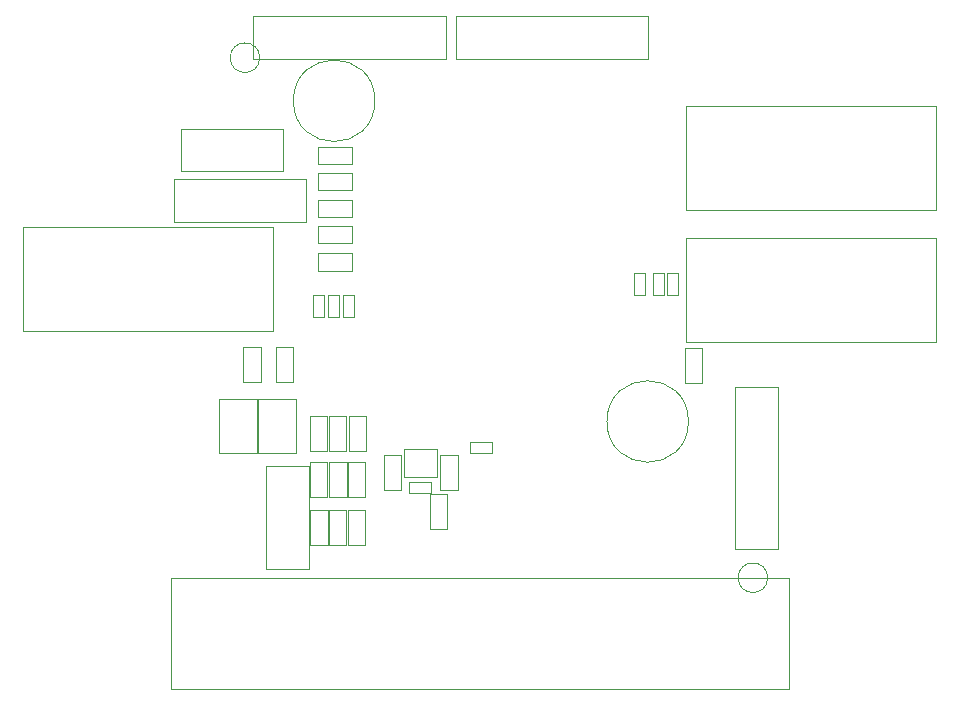
<source format=gbr>
G04 #@! TF.GenerationSoftware,KiCad,Pcbnew,(6.0.10)*
G04 #@! TF.CreationDate,2023-02-10T19:23:53+01:00*
G04 #@! TF.ProjectId,astropix_v3,61737472-6f70-4697-985f-76332e6b6963,1.0*
G04 #@! TF.SameCoordinates,Original*
G04 #@! TF.FileFunction,Other,User*
%FSLAX46Y46*%
G04 Gerber Fmt 4.6, Leading zero omitted, Abs format (unit mm)*
G04 Created by KiCad (PCBNEW (6.0.10)) date 2023-02-10 19:23:53*
%MOMM*%
%LPD*%
G01*
G04 APERTURE LIST*
%ADD10C,0.050000*%
G04 APERTURE END LIST*
D10*
G04 #@! TO.C,H2*
X148850000Y-87100000D02*
G75*
G03*
X148850000Y-87100000I-3450000J0D01*
G01*
G04 #@! TO.C,C8*
X121481600Y-90569600D02*
X121481600Y-93529600D01*
X121481600Y-93529600D02*
X120021600Y-93529600D01*
X120021600Y-90569600D02*
X121481600Y-90569600D01*
X120021600Y-93529600D02*
X120021600Y-90569600D01*
G04 #@! TO.C,C9*
X119906800Y-90569600D02*
X119906800Y-93529600D01*
X119906800Y-93529600D02*
X118446800Y-93529600D01*
X118446800Y-90569600D02*
X119906800Y-90569600D01*
X118446800Y-93529600D02*
X118446800Y-90569600D01*
G04 #@! TO.C,C10*
X118281200Y-93529600D02*
X116821200Y-93529600D01*
X116821200Y-93529600D02*
X116821200Y-90569600D01*
X118281200Y-90569600D02*
X118281200Y-93529600D01*
X116821200Y-90569600D02*
X118281200Y-90569600D01*
G04 #@! TO.C,J6*
X92520000Y-79400000D02*
X92520000Y-70600000D01*
X113680000Y-70600000D02*
X92520000Y-70600000D01*
X92520000Y-79400000D02*
X113680000Y-79400000D01*
X113680000Y-70600000D02*
X113680000Y-79400000D01*
G04 #@! TO.C,J9*
X111992000Y-56410000D02*
X128292000Y-56410000D01*
X128292000Y-56410000D02*
X128292000Y-52810000D01*
X128292000Y-52810000D02*
X111992000Y-52810000D01*
X111992000Y-52810000D02*
X111992000Y-56410000D01*
G04 #@! TO.C,C6*
X109093200Y-89803000D02*
X109093200Y-85203000D01*
X112293200Y-85203000D02*
X112293200Y-89803000D01*
X112293200Y-89803000D02*
X109093200Y-89803000D01*
X109093200Y-85203000D02*
X112293200Y-85203000D01*
G04 #@! TO.C,C4*
X115595200Y-89803000D02*
X112395200Y-89803000D01*
X112395200Y-89803000D02*
X112395200Y-85203000D01*
X115595200Y-85203000D02*
X115595200Y-89803000D01*
X112395200Y-85203000D02*
X115595200Y-85203000D01*
G04 #@! TO.C,FID2*
X155555000Y-100330000D02*
G75*
G03*
X155555000Y-100330000I-1250000J0D01*
G01*
G04 #@! TO.C,J10*
X145437000Y-52810000D02*
X129137000Y-52810000D01*
X129137000Y-52810000D02*
X129137000Y-56410000D01*
X129137000Y-56410000D02*
X145437000Y-56410000D01*
X145437000Y-56410000D02*
X145437000Y-52810000D01*
G04 #@! TO.C,U2*
X127590001Y-89420004D02*
X127590001Y-91780004D01*
X124730001Y-89420004D02*
X127590001Y-89420004D01*
X124730001Y-91780004D02*
X124730001Y-89420004D01*
X127590001Y-91780004D02*
X124730001Y-91780004D01*
G04 #@! TO.C,R3*
X127090001Y-92212804D02*
X127090001Y-93152804D01*
X125230001Y-93152804D02*
X125230001Y-92212804D01*
X127090001Y-93152804D02*
X125230001Y-93152804D01*
X125230001Y-92212804D02*
X127090001Y-92212804D01*
G04 #@! TO.C,C12*
X127843001Y-89932804D02*
X129303001Y-89932804D01*
X127843001Y-92892804D02*
X127843001Y-89932804D01*
X129303001Y-92892804D02*
X127843001Y-92892804D01*
X129303001Y-89932804D02*
X129303001Y-92892804D01*
G04 #@! TO.C,J1*
X157322000Y-109741000D02*
X157322000Y-100341000D01*
X157322000Y-109741000D02*
X105022000Y-109741000D01*
X105022000Y-100341000D02*
X157322000Y-100341000D01*
X105022000Y-100341000D02*
X105022000Y-109741000D01*
G04 #@! TO.C,JP1*
X113109600Y-90910000D02*
X113109600Y-99560000D01*
X116709600Y-99560000D02*
X116709600Y-90910000D01*
X116709600Y-90910000D02*
X113109600Y-90910000D01*
X113109600Y-99560000D02*
X116709600Y-99560000D01*
G04 #@! TO.C,C11*
X120021600Y-94608200D02*
X121481600Y-94608200D01*
X121481600Y-94608200D02*
X121481600Y-97568200D01*
X120021600Y-97568200D02*
X120021600Y-94608200D01*
X121481600Y-97568200D02*
X120021600Y-97568200D01*
G04 #@! TO.C,C13*
X118421400Y-97568200D02*
X118421400Y-94608200D01*
X119881400Y-94608200D02*
X119881400Y-97568200D01*
X118421400Y-94608200D02*
X119881400Y-94608200D01*
X119881400Y-97568200D02*
X118421400Y-97568200D01*
G04 #@! TO.C,C7*
X124527801Y-89932804D02*
X124527801Y-92892804D01*
X124527801Y-92892804D02*
X123067801Y-92892804D01*
X123067801Y-92892804D02*
X123067801Y-89932804D01*
X123067801Y-89932804D02*
X124527801Y-89932804D01*
G04 #@! TO.C,R12*
X111170000Y-83780000D02*
X111170000Y-80820000D01*
X111170000Y-80820000D02*
X112630000Y-80820000D01*
X112630000Y-80820000D02*
X112630000Y-83780000D01*
X112630000Y-83780000D02*
X111170000Y-83780000D01*
G04 #@! TO.C,C14*
X116846600Y-94608200D02*
X118306600Y-94608200D01*
X118306600Y-94608200D02*
X118306600Y-97568200D01*
X118306600Y-97568200D02*
X116846600Y-97568200D01*
X116846600Y-97568200D02*
X116846600Y-94608200D01*
G04 #@! TO.C,R13*
X120570000Y-76370000D02*
X120570000Y-78230000D01*
X119630000Y-78230000D02*
X119630000Y-76370000D01*
X119630000Y-76370000D02*
X120570000Y-76370000D01*
X120570000Y-78230000D02*
X119630000Y-78230000D01*
G04 #@! TO.C,R14*
X117970000Y-78230000D02*
X117030000Y-78230000D01*
X117970000Y-76370000D02*
X117970000Y-78230000D01*
X117030000Y-76370000D02*
X117970000Y-76370000D01*
X117030000Y-78230000D02*
X117030000Y-76370000D01*
G04 #@! TO.C,R17*
X145830000Y-76430000D02*
X145830000Y-74570000D01*
X146770000Y-76430000D02*
X145830000Y-76430000D01*
X146770000Y-74570000D02*
X146770000Y-76430000D01*
X145830000Y-74570000D02*
X146770000Y-74570000D01*
G04 #@! TO.C,R18*
X145170000Y-76430000D02*
X144230000Y-76430000D01*
X144230000Y-74570000D02*
X145170000Y-74570000D01*
X145170000Y-74570000D02*
X145170000Y-76430000D01*
X144230000Y-76430000D02*
X144230000Y-74570000D01*
G04 #@! TO.C,R10*
X119270000Y-78230000D02*
X118330000Y-78230000D01*
X118330000Y-76370000D02*
X119270000Y-76370000D01*
X118330000Y-78230000D02*
X118330000Y-76370000D01*
X119270000Y-76370000D02*
X119270000Y-78230000D01*
G04 #@! TO.C,R8*
X147970000Y-74570000D02*
X147970000Y-76430000D01*
X147030000Y-74570000D02*
X147970000Y-74570000D01*
X147030000Y-76430000D02*
X147030000Y-74570000D01*
X147970000Y-76430000D02*
X147030000Y-76430000D01*
G04 #@! TO.C,H1*
X122300000Y-59950000D02*
G75*
G03*
X122300000Y-59950000I-3450000J0D01*
G01*
G04 #@! TO.C,FID1*
X112550000Y-56300000D02*
G75*
G03*
X112550000Y-56300000I-1250000J0D01*
G01*
G04 #@! TO.C,J5*
X148640000Y-69200000D02*
X169800000Y-69200000D01*
X148640000Y-69200000D02*
X148640000Y-60400000D01*
X169800000Y-60400000D02*
X148640000Y-60400000D01*
X169800000Y-60400000D02*
X169800000Y-69200000D01*
G04 #@! TO.C,R11*
X113920000Y-80770000D02*
X115380000Y-80770000D01*
X113920000Y-83730000D02*
X113920000Y-80770000D01*
X115380000Y-80770000D02*
X115380000Y-83730000D01*
X115380000Y-83730000D02*
X113920000Y-83730000D01*
G04 #@! TO.C,J4*
X148640000Y-80400000D02*
X148640000Y-71600000D01*
X148640000Y-80400000D02*
X169800000Y-80400000D01*
X169800000Y-71600000D02*
X169800000Y-80400000D01*
X169800000Y-71600000D02*
X148640000Y-71600000D01*
G04 #@! TO.C,J2*
X105300000Y-66600000D02*
X105300000Y-70200000D01*
X116500000Y-70200000D02*
X116500000Y-66600000D01*
X105300000Y-70200000D02*
X116500000Y-70200000D01*
X116500000Y-66600000D02*
X105300000Y-66600000D01*
G04 #@! TO.C,R9*
X117445000Y-67530000D02*
X117445000Y-66070000D01*
X120405000Y-66070000D02*
X120405000Y-67530000D01*
X117445000Y-66070000D02*
X120405000Y-66070000D01*
X120405000Y-67530000D02*
X117445000Y-67530000D01*
G04 #@! TO.C,C2*
X121530000Y-89580000D02*
X120070000Y-89580000D01*
X121530000Y-86620000D02*
X121530000Y-89580000D01*
X120070000Y-86620000D02*
X121530000Y-86620000D01*
X120070000Y-89580000D02*
X120070000Y-86620000D01*
G04 #@! TO.C,R16*
X120405000Y-70570000D02*
X120405000Y-72030000D01*
X120405000Y-72030000D02*
X117445000Y-72030000D01*
X117445000Y-70570000D02*
X120405000Y-70570000D01*
X117445000Y-72030000D02*
X117445000Y-70570000D01*
G04 #@! TO.C,C15*
X119880000Y-86620000D02*
X119880000Y-89580000D01*
X118420000Y-89580000D02*
X118420000Y-86620000D01*
X118420000Y-86620000D02*
X119880000Y-86620000D01*
X119880000Y-89580000D02*
X118420000Y-89580000D01*
G04 #@! TO.C,R4*
X132230000Y-89770000D02*
X130370000Y-89770000D01*
X132230000Y-88830000D02*
X132230000Y-89770000D01*
X130370000Y-89770000D02*
X130370000Y-88830000D01*
X130370000Y-88830000D02*
X132230000Y-88830000D01*
G04 #@! TO.C,R19*
X117445000Y-74330000D02*
X117445000Y-72870000D01*
X117445000Y-72870000D02*
X120405000Y-72870000D01*
X120405000Y-72870000D02*
X120405000Y-74330000D01*
X120405000Y-74330000D02*
X117445000Y-74330000D01*
G04 #@! TO.C,R5*
X126970000Y-96205000D02*
X126970000Y-93245000D01*
X126970000Y-93245000D02*
X128430000Y-93245000D01*
X128430000Y-96205000D02*
X126970000Y-96205000D01*
X128430000Y-93245000D02*
X128430000Y-96205000D01*
G04 #@! TO.C,R6*
X120405000Y-65330000D02*
X117445000Y-65330000D01*
X120405000Y-63870000D02*
X120405000Y-65330000D01*
X117445000Y-65330000D02*
X117445000Y-63870000D01*
X117445000Y-63870000D02*
X120405000Y-63870000D01*
G04 #@! TO.C,J7*
X114500000Y-65900000D02*
X114500000Y-62300000D01*
X105850000Y-65900000D02*
X114500000Y-65900000D01*
X105850000Y-62300000D02*
X105850000Y-65900000D01*
X114500000Y-62300000D02*
X105850000Y-62300000D01*
G04 #@! TO.C,J3*
X152800000Y-84160000D02*
X152800000Y-97910000D01*
X152800000Y-97910000D02*
X156400000Y-97910000D01*
X156400000Y-97910000D02*
X156400000Y-84160000D01*
X156400000Y-84160000D02*
X152800000Y-84160000D01*
G04 #@! TO.C,C1*
X118280000Y-89580000D02*
X116820000Y-89580000D01*
X116820000Y-89580000D02*
X116820000Y-86620000D01*
X118280000Y-86620000D02*
X118280000Y-89580000D01*
X116820000Y-86620000D02*
X118280000Y-86620000D01*
G04 #@! TO.C,R15*
X120405000Y-68370000D02*
X120405000Y-69830000D01*
X117445000Y-68370000D02*
X120405000Y-68370000D01*
X117445000Y-69830000D02*
X117445000Y-68370000D01*
X120405000Y-69830000D02*
X117445000Y-69830000D01*
G04 #@! TO.C,R2*
X148570000Y-83880000D02*
X148570000Y-80920000D01*
X150030000Y-83880000D02*
X148570000Y-83880000D01*
X150030000Y-80920000D02*
X150030000Y-83880000D01*
X148570000Y-80920000D02*
X150030000Y-80920000D01*
G04 #@! TD*
M02*

</source>
